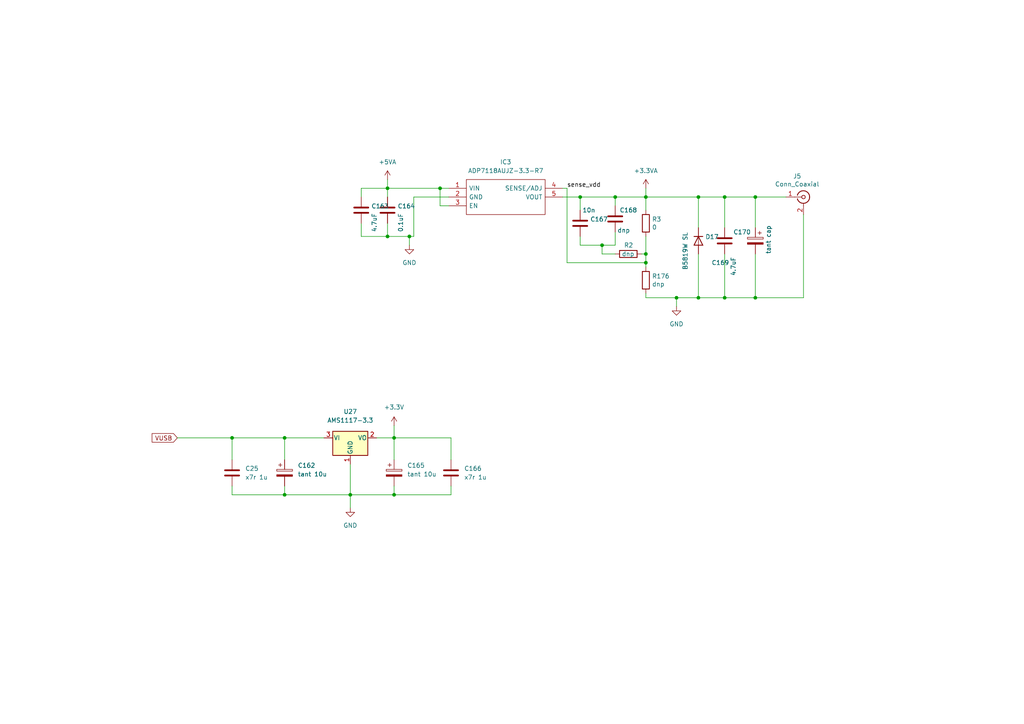
<source format=kicad_sch>
(kicad_sch (version 20211123) (generator eeschema)
  (paper "A4")
  (lib_symbols
    (symbol "Connector:Conn_Coaxial" (pin_names (offset 1.016) hide)
      (property "Reference" "J" (at 0.254 3.048 0))
      (property "Value" "Conn_Coaxial" (at 2.921 0 90))
      (symbol "Conn_Coaxial_0_1"
        (arc (start -1.778 -0.508) (mid 0.222 -1.808) (end 1.778 0) (stroke (width 0.254)))
        (polyline (pts (xy -2.54 0) (xy -0.508 0)))
        (polyline (pts (xy 0 -2.54) (xy 0 -1.778)))
        (circle (center 0 0) (radius 0.508) (stroke (width 0.2032)))
        (arc (start 1.778 0) (mid 0.222 1.8083) (end -1.778 0.508) (stroke (width 0.254)))
      )
      (symbol "Conn_Coaxial_1_1"
        (pin passive line (at -5.08 0 0) (length 2.54) (name "In") (number "1"))
        (pin passive line (at 0 -5.08 90) (length 2.54) (name "Ext") (number "2"))
      )
    )
    (symbol "Device:C" (pin_numbers hide) (pin_names (offset 0.254))
      (property "Reference" "C" (at 0.635 2.54 0))
      (property "Value" "C" (at 0.635 -2.54 0))
      (symbol "C_0_1"
        (polyline (pts (xy -2.032 -0.762) (xy 2.032 -0.762)) (stroke (width 0.508)))
        (polyline (pts (xy -2.032 0.762) (xy 2.032 0.762)) (stroke (width 0.508)))
      )
      (symbol "C_1_1"
        (pin passive line (at 0 3.81 270) (length 2.794) (name "~") (number "1"))
        (pin passive line (at 0 -3.81 90) (length 2.794) (name "~") (number "2"))
      )
    )
    (symbol "Device:C_Polarized" (pin_numbers hide) (pin_names (offset 0.254))
      (property "Reference" "C" (at 0.635 2.54 0))
      (property "Value" "C_Polarized" (at 0.635 -2.54 0))
      (symbol "C_Polarized_0_1"
        (rectangle (start -2.286 0.508) (end 2.286 1.016))
        (polyline (pts (xy -1.778 2.286) (xy -0.762 2.286)))
        (polyline (pts (xy -1.27 2.794) (xy -1.27 1.778)))
        (rectangle (start 2.286 -0.508) (end -2.286 -1.016) (fill (type outline)))
      )
      (symbol "C_Polarized_1_1"
        (pin passive line (at 0 3.81 270) (length 2.794) (name "~") (number "1"))
        (pin passive line (at 0 -3.81 90) (length 2.794) (name "~") (number "2"))
      )
    )
    (symbol "Device:D" (pin_numbers hide) (pin_names (offset 1.016) hide)
      (property "Reference" "D" (at 0 2.54 0))
      (property "Value" "D" (at 0 -2.54 0))
      (symbol "D_0_1"
        (polyline (pts (xy -1.27 1.27) (xy -1.27 -1.27)) (stroke (width 0.254)))
        (polyline (pts (xy 1.27 0) (xy -1.27 0)))
        (polyline (pts (xy 1.27 1.27) (xy 1.27 -1.27) (xy -1.27 0) (xy 1.27 1.27)) (stroke (width 0.254)))
      )
      (symbol "D_1_1"
        (pin passive line (at -3.81 0 0) (length 2.54) (name "K") (number "1"))
        (pin passive line (at 3.81 0 180) (length 2.54) (name "A") (number "2"))
      )
    )
    (symbol "Device:R" (pin_numbers hide) (pin_names (offset 0))
      (property "Reference" "R" (at 2.032 0 90))
      (property "Value" "R" (at 0 0 90))
      (symbol "R_0_1"
        (rectangle (start -1.016 -2.54) (end 1.016 2.54) (stroke (width 0.254)))
      )
      (symbol "R_1_1"
        (pin passive line (at 0 3.81 270) (length 1.27) (name "~") (number "1"))
        (pin passive line (at 0 -3.81 90) (length 1.27) (name "~") (number "2"))
      )
    )
    (symbol "Regulator_Linear:AMS1117-3.3" (pin_names (offset 0.254))
      (property "Reference" "U" (at -3.81 3.175 0))
      (property "Value" "AMS1117-3.3" (at 0 3.175 0))
      (symbol "AMS1117-3.3_0_1"
        (rectangle (start -5.08 -5.08) (end 5.08 1.905) (stroke (width 0.254)) (fill (type background)))
      )
      (symbol "AMS1117-3.3_1_1"
        (pin power_in line (at 0 -7.62 90) (length 2.54) (name "GND") (number "1"))
        (pin power_out line (at 7.62 0 180) (length 2.54) (name "VO") (number "2"))
        (pin power_in line (at -7.62 0 0) (length 2.54) (name "VI") (number "3"))
      )
    )
    (symbol "SamacSys_Parts:ADP7118AUJZ-2.5-R7" (pin_names (offset 0.762))
      (property "Reference" "IC" (at 29.21 7.62 0))
      (property "Value" "ADP7118AUJZ-2.5-R7" (at 29.21 5.08 0))
      (symbol "ADP7118AUJZ-2.5-R7_0_0"
        (pin passive line (at 0 0 0) (length 5.08) (name "VIN") (number "1"))
        (pin passive line (at 0 -2.54 0) (length 5.08) (name "GND") (number "2"))
        (pin passive line (at 0 -5.08 0) (length 5.08) (name "EN") (number "3"))
        (pin passive line (at 33.02 0 180) (length 5.08) (name "SENSE/ADJ") (number "4"))
        (pin passive line (at 33.02 -2.54 180) (length 5.08) (name "VOUT") (number "5"))
      )
      (symbol "ADP7118AUJZ-2.5-R7_0_1"
        (polyline (pts (xy 5.08 2.54) (xy 27.94 2.54) (xy 27.94 -7.62) (xy 5.08 -7.62) (xy 5.08 2.54)) (stroke (width 0.1524)))
      )
    )
    (symbol "power:+3.3V" (power) (pin_names (offset 0))
      (property "Value" "+3.3V" (at 0 3.556 0))
      (symbol "+3.3V_0_1"
        (polyline (pts (xy -0.762 1.27) (xy 0 2.54)))
        (polyline (pts (xy 0 0) (xy 0 2.54)))
        (polyline (pts (xy 0 2.54) (xy 0.762 1.27)))
      )
      (symbol "+3.3V_1_1"
        (pin power_in line (at 0 0 90) (length 0) hide (name "+3.3V") (number "1"))
      )
    )
    (symbol "power:+3.3VA" (power) (pin_names (offset 0))
      (property "Value" "+3.3VA" (at 0 3.556 0))
      (symbol "+3.3VA_0_1"
        (polyline (pts (xy -0.762 1.27) (xy 0 2.54)))
        (polyline (pts (xy 0 0) (xy 0 2.54)))
        (polyline (pts (xy 0 2.54) (xy 0.762 1.27)))
      )
      (symbol "+3.3VA_1_1"
        (pin power_in line (at 0 0 90) (length 0) hide (name "+3.3VA") (number "1"))
      )
    )
    (symbol "power:+5VA" (power) (pin_names (offset 0))
      (property "Value" "+5VA" (at 0 3.556 0))
      (symbol "+5VA_0_1"
        (polyline (pts (xy -0.762 1.27) (xy 0 2.54)))
        (polyline (pts (xy 0 0) (xy 0 2.54)))
        (polyline (pts (xy 0 2.54) (xy 0.762 1.27)))
      )
      (symbol "+5VA_1_1"
        (pin power_in line (at 0 0 90) (length 0) hide (name "+5VA") (number "1"))
      )
    )
    (symbol "power:GND" (power) (pin_names (offset 0))
      (property "Value" "GND" (at 0 -3.81 0))
      (symbol "GND_0_1"
        (polyline (pts (xy 0 0) (xy 0 -1.27) (xy 1.27 -1.27) (xy 0 -2.54) (xy -1.27 -1.27) (xy 0 -1.27)))
      )
      (symbol "GND_1_1"
        (pin power_in line (at 0 0 270) (length 0) hide (name "GND") (number "1"))
      )
    )
  )
  (junction (at 187.325 76.2))
  (junction (at 187.325 57.15))
  (junction (at 168.275 57.15))
  (junction (at 210.185 86.36))
  (junction (at 178.435 57.15))
  (junction (at 187.325 73.66))
  (junction (at 174.625 71.12))
  (junction (at 210.185 57.15))
  (junction (at 219.075 57.15))
  (junction (at 67.31 127))
  (junction (at 114.3 143.51))
  (junction (at 82.55 143.51))
  (junction (at 219.075 86.36))
  (junction (at 112.395 68.58))
  (junction (at 114.3 127))
  (junction (at 82.55 127))
  (junction (at 202.565 86.36))
  (junction (at 112.395 54.61))
  (junction (at 202.565 57.15))
  (junction (at 196.215 86.36))
  (junction (at 101.6 143.51))
  (junction (at 118.745 68.58))
  (junction (at 127.635 54.61))
  (wire (pts (xy 174.625 71.12) (xy 174.625 73.66)))
  (wire (pts (xy 101.6 134.62) (xy 101.6 143.51)))
  (wire (pts (xy 174.625 73.66) (xy 178.435 73.66)))
  (wire (pts (xy 202.565 66.04) (xy 202.565 57.15)))
  (wire (pts (xy 104.775 57.15) (xy 104.775 54.61)))
  (wire (pts (xy 127.635 59.69) (xy 127.635 54.61)))
  (wire (pts (xy 174.625 71.12) (xy 178.435 71.12)))
  (wire (pts (xy 168.275 57.15) (xy 178.435 57.15)))
  (wire (pts (xy 112.395 52.07) (xy 112.395 54.61)))
  (wire (pts (xy 187.325 76.2) (xy 164.465 76.2)))
  (wire (pts (xy 163.195 57.15) (xy 168.275 57.15)))
  (wire (pts (xy 187.325 68.58) (xy 187.325 73.66)))
  (wire (pts (xy 112.395 64.77) (xy 112.395 68.58)))
  (wire (pts (xy 178.435 67.31) (xy 178.435 71.12)))
  (wire (pts (xy 187.325 60.96) (xy 187.325 57.15)))
  (wire (pts (xy 187.325 73.66) (xy 187.325 76.2)))
  (wire (pts (xy 112.395 57.15) (xy 112.395 54.61)))
  (wire (pts (xy 130.175 59.69) (xy 127.635 59.69)))
  (wire (pts (xy 178.435 57.15) (xy 178.435 59.69)))
  (wire (pts (xy 168.275 57.15) (xy 168.275 60.96)))
  (wire (pts (xy 168.275 71.12) (xy 168.275 68.58)))
  (wire (pts (xy 130.175 57.15) (xy 120.015 57.15)))
  (wire (pts (xy 130.81 133.35) (xy 130.81 127)))
  (wire (pts (xy 120.015 68.58) (xy 118.745 68.58)))
  (wire (pts (xy 112.395 68.58) (xy 104.775 68.58)))
  (wire (pts (xy 219.075 73.66) (xy 219.075 86.36)))
  (wire (pts (xy 112.395 54.61) (xy 127.635 54.61)))
  (wire (pts (xy 114.3 123.444) (xy 114.3 127)))
  (wire (pts (xy 210.185 73.66) (xy 210.185 86.36)))
  (wire (pts (xy 130.81 127) (xy 114.3 127)))
  (wire (pts (xy 202.565 73.66) (xy 202.565 86.36)))
  (wire (pts (xy 120.015 57.15) (xy 120.015 68.58)))
  (wire (pts (xy 174.625 71.12) (xy 168.275 71.12)))
  (wire (pts (xy 67.31 127) (xy 82.55 127)))
  (wire (pts (xy 130.81 140.97) (xy 130.81 143.51)))
  (wire (pts (xy 202.565 57.15) (xy 210.185 57.15)))
  (wire (pts (xy 178.435 57.15) (xy 187.325 57.15)))
  (wire (pts (xy 114.3 143.51) (xy 101.6 143.51)))
  (wire (pts (xy 187.325 57.15) (xy 202.565 57.15)))
  (wire (pts (xy 187.325 54.61) (xy 187.325 57.15)))
  (wire (pts (xy 118.745 71.12) (xy 118.745 68.58)))
  (wire (pts (xy 101.6 143.51) (xy 101.6 147.32)))
  (wire (pts (xy 210.185 57.15) (xy 219.075 57.15)))
  (wire (pts (xy 219.075 57.15) (xy 227.965 57.15)))
  (wire (pts (xy 51.435 127) (xy 67.31 127)))
  (wire (pts (xy 114.3 140.97) (xy 114.3 143.51)))
  (wire (pts (xy 127.635 54.61) (xy 130.175 54.61)))
  (wire (pts (xy 82.55 140.97) (xy 82.55 143.51)))
  (wire (pts (xy 67.31 127) (xy 67.31 133.35)))
  (wire (pts (xy 67.31 143.51) (xy 82.55 143.51)))
  (wire (pts (xy 187.325 76.2) (xy 187.325 77.47)))
  (wire (pts (xy 130.81 143.51) (xy 114.3 143.51)))
  (wire (pts (xy 67.31 140.97) (xy 67.31 143.51)))
  (wire (pts (xy 196.215 86.36) (xy 202.565 86.36)))
  (wire (pts (xy 82.55 127) (xy 82.55 133.35)))
  (wire (pts (xy 118.745 68.58) (xy 112.395 68.58)))
  (wire (pts (xy 210.185 86.36) (xy 219.075 86.36)))
  (wire (pts (xy 196.215 86.36) (xy 196.215 88.9)))
  (wire (pts (xy 202.565 86.36) (xy 210.185 86.36)))
  (wire (pts (xy 82.55 127) (xy 93.98 127)))
  (wire (pts (xy 219.075 57.15) (xy 219.075 66.04)))
  (wire (pts (xy 114.3 127) (xy 109.22 127)))
  (wire (pts (xy 114.3 133.35) (xy 114.3 127)))
  (wire (pts (xy 233.045 86.36) (xy 219.075 86.36)))
  (wire (pts (xy 187.325 85.09) (xy 187.325 86.36)))
  (wire (pts (xy 104.775 64.77) (xy 104.775 68.58)))
  (wire (pts (xy 233.045 62.23) (xy 233.045 86.36)))
  (wire (pts (xy 186.055 73.66) (xy 187.325 73.66)))
  (wire (pts (xy 187.325 86.36) (xy 196.215 86.36)))
  (wire (pts (xy 112.395 54.61) (xy 104.775 54.61)))
  (wire (pts (xy 164.465 54.61) (xy 164.465 76.2)))
  (wire (pts (xy 82.55 143.51) (xy 101.6 143.51)))
  (wire (pts (xy 164.465 54.61) (xy 163.195 54.61)))
  (wire (pts (xy 210.185 57.15) (xy 210.185 66.04)))
  (label "sense_vdd" (at 164.465 54.61 0))
  (global_label "VUSB" (shape input) (at 51.435 127 180) (property "Intersheet References" "${INTERSHEET_REFS}" (effects hide)))
  (symbol (lib_id "Device:C") (at 210.185 69.85 0) (unit 1)
    (property "Reference" "C169" (at 206.375 76.2 0) (effects (justify left)))
    (property "Value" "4.7uF" (at 212.725 80.01 90) (effects (justify left)))
    (property "Footprint" "Capacitor_SMD:C_1206_3216Metric_Pad1.33x1.80mm_HandSolder" (effects hide))
  )
  (symbol (lib_id "Device:R") (at 187.325 64.77 0) (mirror y) (unit 1)
    (property "Reference" "R3" (at 189.103 63.6016 0) (effects (justify right)))
    (property "Value" "0" (at 189.103 65.913 0) (effects (justify right)))
    (property "Footprint" "Resistor_SMD:R_0805_2012Metric_Pad1.20x1.40mm_HandSolder" (effects hide))
  )
  (symbol (lib_id "Device:C") (at 104.775 60.96 0) (unit 1)
    (property "Reference" "C163" (at 107.696 59.7916 0) (effects (justify left)))
    (property "Value" "4.7uF" (at 108.585 67.31 90) (effects (justify left)))
    (property "Footprint" "Capacitor_SMD:C_1206_3216Metric_Pad1.33x1.80mm_HandSolder" (effects hide))
  )
  (symbol (lib_id "Device:R") (at 182.245 73.66 90) (mirror x) (unit 1)
    (property "Reference" "R2" (at 180.975 71.12 90) (effects (justify right)))
    (property "Value" "dnp" (at 180.34 73.66 90) (effects (justify right)))
    (property "Footprint" "Resistor_SMD:R_0805_2012Metric_Pad1.20x1.40mm_HandSolder" (effects hide))
  )
  (symbol (lib_id "Connector:Conn_Coaxial") (at 233.045 57.15 0) (unit 1)
    (property "Reference" "J5" (at 231.2162 51.1048 0))
    (property "Value" "Conn_Coaxial" (at 231.2162 53.4162 0))
    (property "Footprint" "Connector_Coaxial:U.FL_Hirose_U.FL-R-SMT-1_Vertical" (effects hide))
    (property "Datasheet" " ~" (effects hide))
  )
  (symbol (lib_id "Device:C") (at 178.435 63.5 0) (unit 1)
    (property "Reference" "C168" (at 179.705 60.96 0) (effects (justify left)))
    (property "Value" "dnp" (at 179.07 66.802 0) (effects (justify left)))
    (property "Footprint" "Capacitor_SMD:C_1206_3216Metric_Pad1.33x1.80mm_HandSolder" (effects hide))
  )
  (symbol (lib_id "Regulator_Linear:AMS1117-3.3") (at 101.6 127 0) (unit 1)
    (property "Reference" "U27" (at 101.6 119.38 0))
    (property "Value" "AMS1117-3.3" (at 101.6 121.92 0))
    (property "Footprint" "Package_TO_SOT_SMD:SOT-223-3_TabPin2" (effects hide))
    (property "Datasheet" "http://www.advanced-monolithic.com/pdf/ds1117.pdf" (effects hide))
  )
  (symbol (lib_id "Device:C") (at 168.275 64.77 0) (unit 1)
    (property "Reference" "C167" (at 171.196 63.6016 0) (effects (justify left)))
    (property "Value" "10n" (at 168.91 60.96 0) (effects (justify left)))
    (property "Footprint" "Capacitor_SMD:C_0805_2012Metric_Pad1.18x1.45mm_HandSolder" (effects hide))
  )
  (symbol (lib_id "power:+3.3V") (at 114.3 123.444 0) (unit 1)
    (property "Reference" "#PWR0255" (effects hide))
    (property "Value" "+3.3V" (at 114.3 118.11 0))
  )
  (symbol (lib_id "SamacSys_Parts:ADP7118AUJZ-2.5-R7") (at 130.175 54.61 0) (unit 1)
    (property "Reference" "IC3" (at 146.685 46.99 0))
    (property "Value" "ADP7118AUJZ-3.3-R7" (at 146.685 49.53 0))
    (property "Footprint" "SamacSys_Parts:SOT95P280X100-5N" (effects hide))
    (property "Datasheet" "https://www.analog.com/media/en/technical-documentation/data-sheets/adp7118.pdf" (effects hide))
    (property "Description" "LDO Voltage Regulators 20V 200mA LDO 2.5Vo" (effects hide))
    (property "Height" "1" (effects hide))
    (property "Mouser Part Number" "584-ADP7118AUJZ2.5R7" (effects hide))
    (property "Mouser Price/Stock" "https://www.mouser.co.uk/ProductDetail/Analog-Devices/ADP7118AUJZ-25-R7?qs=hpwIUhX6lWxFYp2du3ViiA%3D%3D" (effects hide))
    (property "Manufacturer_Name" "Analog Devices" (effects hide))
    (property "Manufacturer_Part_Number" "ADP7118AUJZ-2.5-R7" (effects hide))
  )
  (symbol (lib_id "Device:C") (at 112.395 60.96 0) (unit 1)
    (property "Reference" "C164" (at 115.316 59.7916 0) (effects (justify left)))
    (property "Value" "0.1uF" (at 116.205 67.31 90) (effects (justify left)))
    (property "Footprint" "Capacitor_SMD:C_0805_2012Metric_Pad1.18x1.45mm_HandSolder" (effects hide))
  )
  (symbol (lib_id "power:+3.3VA") (at 187.325 54.61 0) (unit 1)
    (property "Reference" "#PWR0253" (effects hide))
    (property "Value" "+3.3VA" (at 187.325 49.53 0))
  )
  (symbol (lib_id "Device:C_Polarized") (at 82.55 137.16 0) (unit 1)
    (property "Reference" "C162" (at 86.36 135.0009 0) (effects (justify left)))
    (property "Value" "tant 10u" (at 86.36 137.5409 0) (effects (justify left)))
    (property "Footprint" "Capacitor_Tantalum_SMD:CP_EIA-3216-18_Kemet-A" (effects hide))
  )
  (symbol (lib_id "Device:C") (at 67.31 137.16 0) (unit 1)
    (property "Reference" "C25" (at 71.12 135.8899 0) (effects (justify left)))
    (property "Value" "x7r 1u" (at 71.12 138.4299 0) (effects (justify left)))
    (property "Footprint" "Capacitor_SMD:C_0805_2012Metric" (effects hide))
  )
  (symbol (lib_id "Device:R") (at 187.325 81.28 0) (mirror y) (unit 1)
    (property "Reference" "R176" (at 189.103 80.1116 0) (effects (justify right)))
    (property "Value" "dnp" (at 189.103 82.423 0) (effects (justify right)))
    (property "Footprint" "Resistor_SMD:R_0805_2012Metric_Pad1.20x1.40mm_HandSolder" (effects hide))
  )
  (symbol (lib_id "power:GND") (at 118.745 71.12 0) (unit 1)
    (property "Reference" "#PWR0256" (effects hide))
    (property "Value" "GND" (at 118.745 76.2 0))
  )
  (symbol (lib_id "Device:C_Polarized") (at 219.075 69.85 0) (mirror y) (unit 1)
    (property "Reference" "C170" (at 217.805 67.31 0) (effects (justify left)))
    (property "Value" "tant cap" (at 222.885 73.66 90) (effects (justify left)))
    (property "Footprint" "Capacitor_Tantalum_SMD:CP_EIA-3528-15_AVX-H_Pad1.50x2.35mm_HandSolder" (effects hide))
  )
  (symbol (lib_id "power:GND") (at 101.6 147.32 0) (unit 1)
    (property "Reference" "#PWR0254" (effects hide))
    (property "Value" "GND" (at 101.6 152.4 0))
  )
  (symbol (lib_id "Device:D") (at 202.565 69.85 270) (unit 1)
    (property "Reference" "D17" (at 204.5716 68.6816 90) (effects (justify left)))
    (property "Value" "B5819W SL" (at 198.755 67.31 0) (effects (justify left)))
    (property "Footprint" "Diode_SMD:D_SOD-123F" (effects hide))
  )
  (symbol (lib_id "power:+5VA") (at 112.395 52.07 0) (unit 1)
    (property "Reference" "#PWR0257" (effects hide))
    (property "Value" "+5VA" (at 112.395 46.99 0))
  )
  (symbol (lib_id "power:GND") (at 196.215 88.9 0) (unit 1)
    (property "Reference" "#PWR0251" (effects hide))
    (property "Value" "GND" (at 196.215 93.98 0))
  )
  (symbol (lib_id "Device:C") (at 130.81 137.16 0) (unit 1)
    (property "Reference" "C166" (at 134.62 135.8899 0) (effects (justify left)))
    (property "Value" "x7r 1u" (at 134.62 138.4299 0) (effects (justify left)))
    (property "Footprint" "Capacitor_SMD:C_0805_2012Metric" (effects hide))
  )
  (symbol (lib_id "Device:C_Polarized") (at 114.3 137.16 0) (unit 1)
    (property "Reference" "C165" (at 118.11 135.0009 0) (effects (justify left)))
    (property "Value" "tant 10u" (at 118.11 137.5409 0) (effects (justify left)))
    (property "Footprint" "Capacitor_Tantalum_SMD:CP_EIA-3216-18_Kemet-A" (effects hide))
  )
)
</source>
